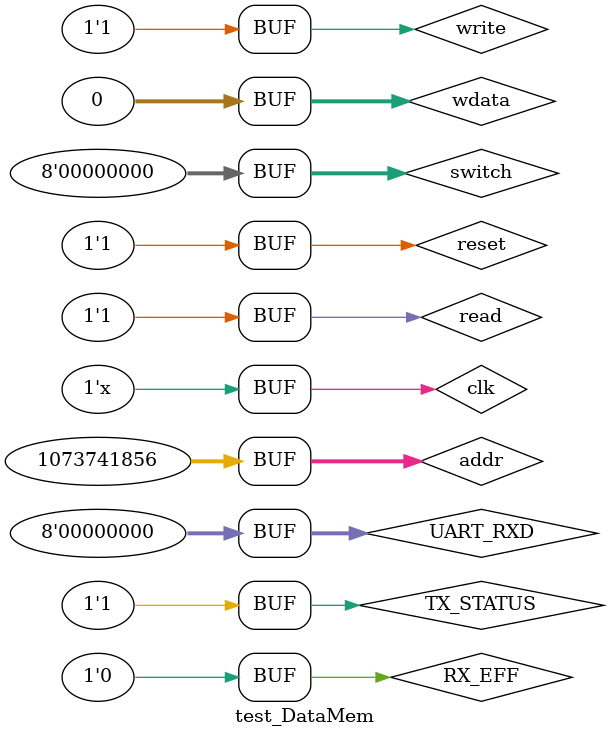
<source format=v>
`timescale 1ns / 1ps


module test_DataMem;

	// Inputs
	reg clk;
	reg reset;
	reg read;
	reg write;
	reg [31:0] addr;
	reg [31:0] wdata;
	reg [7:0] switch;
	reg [7:0] UART_RXD;
	reg RX_EFF;
	reg TX_STATUS;

	// Outputs
	wire [31:0] rdata;
	wire [7:0] led;
	wire [11:0] digits;
	wire [7:0] UART_TXD;
	wire interrupt;
	wire read_acc;
	wire write_acc;
	wire TX_EN;
	wire RX_READ;

	// Instantiate the Unit Under Test (UUT)
	DataMem uut (
		.clk(clk), 
		.reset(reset), 
		.read(read), 
		.write(write), 
		.addr(addr),
		.rdata(rdata), 
		.wdata(wdata), 
		.led(led), 
		.switch(switch), 
		.digits(digits), 
		.UART_TXD(UART_TXD), 
		.UART_RXD(UART_RXD), 
		.TX_STATUS(TX_STATUS),
		.RX_EFF(RX_EFF),
		.TX_EN(TX_EN),
		.RX_READ(RX_READ),
		.interrupt(interrupt), 
		.read_acc(read_acc), 
		.write_acc(write_acc)
	);

	initial begin
		// Initialize Inputs
		clk = 0;
		reset = 0;
		read = 0;
		write = 0;
		wdata = 0;
		switch = 0;
		UART_RXD = 0;
		TX_STATUS = 1'b1;
		RX_EFF = 1'b0;
		addr = 32'h00000000;

		#100000;
      reset = 1;
		// Add stimulus here
		
		#100000;
      reset = 1;
		#200000;
		wdata = 32'h000000cc;
		addr = 32'h40000018;
		write = 1'b1;
		
		#200000;
		wdata = 32'h000000cc;
		addr = 32'h00000000;
		write = 1'b1;
		
		#200000;
		addr = 32'h00000000;
		write = 1'b0;
		read = 1'b1;
		
		#200000;
		wdata = 32'h1;
		addr = 32'h40000020;
		write = 1'b1;
		
		#200000;
		wdata = 32'h0;
		addr = 32'h40000020;
		write = 1'b1;
	end
	
	always #100 clk = ~clk;
endmodule

</source>
